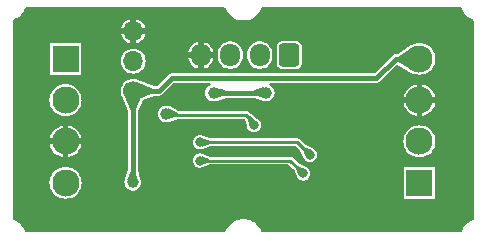
<source format=gbl>
G04 #@! TF.GenerationSoftware,KiCad,Pcbnew,8.0.0*
G04 #@! TF.CreationDate,2024-05-22T11:22:58+03:00*
G04 #@! TF.ProjectId,B-NAU7802-BRK-01MBR-R01,422d4e41-5537-4383-9032-2d42524b2d30,rev?*
G04 #@! TF.SameCoordinates,Original*
G04 #@! TF.FileFunction,Copper,L2,Bot*
G04 #@! TF.FilePolarity,Positive*
%FSLAX46Y46*%
G04 Gerber Fmt 4.6, Leading zero omitted, Abs format (unit mm)*
G04 Created by KiCad (PCBNEW 8.0.0) date 2024-05-22 11:22:58*
%MOMM*%
%LPD*%
G01*
G04 APERTURE LIST*
G04 Aperture macros list*
%AMRoundRect*
0 Rectangle with rounded corners*
0 $1 Rounding radius*
0 $2 $3 $4 $5 $6 $7 $8 $9 X,Y pos of 4 corners*
0 Add a 4 corners polygon primitive as box body*
4,1,4,$2,$3,$4,$5,$6,$7,$8,$9,$2,$3,0*
0 Add four circle primitives for the rounded corners*
1,1,$1+$1,$2,$3*
1,1,$1+$1,$4,$5*
1,1,$1+$1,$6,$7*
1,1,$1+$1,$8,$9*
0 Add four rect primitives between the rounded corners*
20,1,$1+$1,$2,$3,$4,$5,0*
20,1,$1+$1,$4,$5,$6,$7,0*
20,1,$1+$1,$6,$7,$8,$9,0*
20,1,$1+$1,$8,$9,$2,$3,0*%
G04 Aperture macros list end*
G04 #@! TA.AperFunction,ComponentPad*
%ADD10R,2.300000X2.300000*%
G04 #@! TD*
G04 #@! TA.AperFunction,ComponentPad*
%ADD11C,2.300000*%
G04 #@! TD*
G04 #@! TA.AperFunction,ComponentPad*
%ADD12C,1.700000*%
G04 #@! TD*
G04 #@! TA.AperFunction,ComponentPad*
%ADD13O,1.700000X1.700000*%
G04 #@! TD*
G04 #@! TA.AperFunction,ComponentPad*
%ADD14O,1.700000X1.950000*%
G04 #@! TD*
G04 #@! TA.AperFunction,ComponentPad*
%ADD15RoundRect,0.250000X-0.600000X-0.725000X0.600000X-0.725000X0.600000X0.725000X-0.600000X0.725000X0*%
G04 #@! TD*
G04 #@! TA.AperFunction,ViaPad*
%ADD16C,1.000000*%
G04 #@! TD*
G04 #@! TA.AperFunction,ViaPad*
%ADD17C,0.800000*%
G04 #@! TD*
G04 #@! TA.AperFunction,Conductor*
%ADD18C,0.400000*%
G04 #@! TD*
G04 #@! TA.AperFunction,Conductor*
%ADD19C,0.250000*%
G04 #@! TD*
G04 APERTURE END LIST*
D10*
X163040000Y-67690000D03*
D11*
X163040000Y-71190000D03*
X163040000Y-74690000D03*
X163040000Y-78190000D03*
D10*
X193010000Y-78190000D03*
D11*
X193010000Y-74690000D03*
X193010000Y-71190000D03*
X193010000Y-67690000D03*
D12*
X168770000Y-70430000D03*
D13*
X168770000Y-67890000D03*
X168770000Y-65350000D03*
D14*
X174480000Y-67385000D03*
X176980000Y-67385000D03*
X179480000Y-67385000D03*
D15*
X181980000Y-67385000D03*
D16*
X180030000Y-70580000D03*
X175570000Y-70590000D03*
X168720000Y-78170000D03*
D17*
X179000000Y-73300000D03*
D16*
X171550000Y-72360000D03*
D17*
X174450000Y-74770000D03*
X183730000Y-75820000D03*
X174430000Y-76310000D03*
X183170000Y-77410000D03*
D18*
X175570000Y-70590000D02*
X175580000Y-70580000D01*
X175580000Y-70580000D02*
X180030000Y-70580000D01*
X191010000Y-67680000D02*
X191020000Y-67690000D01*
X168760000Y-78130000D02*
X168760000Y-70440000D01*
X168770000Y-70430000D02*
X170920000Y-70430000D01*
X168720000Y-78170000D02*
X168720000Y-78050000D01*
D19*
X168760000Y-70440000D02*
X168770000Y-70430000D01*
D18*
X191020000Y-67690000D02*
X193010000Y-67690000D01*
X168720000Y-78050000D02*
X168760000Y-78010000D01*
X170920000Y-70430000D02*
X172020000Y-69330000D01*
X168720000Y-78170000D02*
X168760000Y-78130000D01*
X189360000Y-69330000D02*
X191010000Y-67680000D01*
X172020000Y-69330000D02*
X189360000Y-69330000D01*
D19*
X178320000Y-72450000D02*
X171640000Y-72450000D01*
X171640000Y-72450000D02*
X171550000Y-72360000D01*
X179000000Y-73130000D02*
X178320000Y-72450000D01*
X179000000Y-73300000D02*
X179000000Y-73130000D01*
X192990000Y-74440000D02*
X193020000Y-74470000D01*
X183730000Y-75820000D02*
X182680000Y-74770000D01*
X182680000Y-74770000D02*
X174450000Y-74770000D01*
X182070000Y-76310000D02*
X183170000Y-77410000D01*
X174430000Y-76310000D02*
X182070000Y-76310000D01*
G04 #@! TA.AperFunction,Conductor*
G36*
X176555487Y-63370146D02*
G01*
X176601242Y-63422950D01*
X176606780Y-63437399D01*
X176608358Y-63442438D01*
X176608358Y-63442439D01*
X176637783Y-63502945D01*
X176712909Y-63657427D01*
X176848234Y-63854501D01*
X177011331Y-64029288D01*
X177198580Y-64177911D01*
X177405828Y-64297071D01*
X177628477Y-64384126D01*
X177628482Y-64384127D01*
X177628485Y-64384128D01*
X177721721Y-64405333D01*
X177861587Y-64437144D01*
X178099986Y-64454948D01*
X178338385Y-64437144D01*
X178571495Y-64384126D01*
X178794143Y-64297071D01*
X179001392Y-64177911D01*
X179188641Y-64029288D01*
X179351738Y-63854501D01*
X179487063Y-63657427D01*
X179591614Y-63442438D01*
X179593192Y-63437397D01*
X179632014Y-63379308D01*
X179696080Y-63351427D01*
X179711524Y-63350461D01*
X196488679Y-63350461D01*
X196555718Y-63370146D01*
X196601139Y-63422223D01*
X196695857Y-63626137D01*
X196804287Y-63793437D01*
X196818101Y-63814750D01*
X196965507Y-63984430D01*
X196965509Y-63984431D01*
X196965511Y-63984434D01*
X197135179Y-64131845D01*
X197135181Y-64131846D01*
X197323781Y-64254098D01*
X197323788Y-64254102D01*
X197527728Y-64348845D01*
X197580234Y-64394942D01*
X197599485Y-64461302D01*
X197599485Y-81238637D01*
X197579800Y-81305676D01*
X197527726Y-81351095D01*
X197323803Y-81445824D01*
X197135189Y-81568074D01*
X197135184Y-81568078D01*
X196965514Y-81715480D01*
X196818098Y-81885157D01*
X196695849Y-82073758D01*
X196601102Y-82277705D01*
X196555004Y-82330210D01*
X196488645Y-82349461D01*
X179711526Y-82349461D01*
X179644487Y-82329776D01*
X179598732Y-82276972D01*
X179593197Y-82262530D01*
X179591620Y-82257498D01*
X179591617Y-82257492D01*
X179591615Y-82257483D01*
X179562116Y-82196823D01*
X179487067Y-82042499D01*
X179487064Y-82042494D01*
X179351739Y-81845420D01*
X179188642Y-81670632D01*
X179139467Y-81631601D01*
X179001395Y-81522011D01*
X178947351Y-81490938D01*
X178794144Y-81402849D01*
X178658551Y-81349832D01*
X178571496Y-81315794D01*
X178571486Y-81315791D01*
X178338396Y-81262778D01*
X178338388Y-81262776D01*
X178099986Y-81244972D01*
X177861583Y-81262776D01*
X177861575Y-81262778D01*
X177628485Y-81315791D01*
X177628474Y-81315794D01*
X177440720Y-81389205D01*
X177405827Y-81402849D01*
X177405825Y-81402849D01*
X177405825Y-81402850D01*
X177198577Y-81522011D01*
X177198576Y-81522011D01*
X177011333Y-81670629D01*
X177011331Y-81670631D01*
X176848232Y-81845421D01*
X176712906Y-82042498D01*
X176608357Y-82257481D01*
X176608351Y-82257496D01*
X176606775Y-82262530D01*
X176567950Y-82320620D01*
X176503882Y-82348496D01*
X176488446Y-82349461D01*
X159711371Y-82349461D01*
X159644332Y-82329776D01*
X159598914Y-82277705D01*
X159598860Y-82277589D01*
X159598859Y-82277585D01*
X159504157Y-82073740D01*
X159381898Y-81885130D01*
X159287092Y-81776010D01*
X159234485Y-81715460D01*
X159234482Y-81715458D01*
X159234481Y-81715456D01*
X159064833Y-81568078D01*
X159064797Y-81568047D01*
X158876180Y-81445798D01*
X158672247Y-81351070D01*
X158619739Y-81304975D01*
X158600485Y-81238610D01*
X158600485Y-78190000D01*
X161684341Y-78190000D01*
X161704936Y-78425403D01*
X161704938Y-78425413D01*
X161766094Y-78653655D01*
X161766096Y-78653659D01*
X161766097Y-78653663D01*
X161811362Y-78750734D01*
X161865965Y-78867830D01*
X161865967Y-78867834D01*
X161974281Y-79022521D01*
X162001505Y-79061401D01*
X162168599Y-79228495D01*
X162265384Y-79296265D01*
X162362165Y-79364032D01*
X162362167Y-79364033D01*
X162362170Y-79364035D01*
X162576337Y-79463903D01*
X162804592Y-79525063D01*
X162981034Y-79540500D01*
X163039999Y-79545659D01*
X163040000Y-79545659D01*
X163040001Y-79545659D01*
X163098966Y-79540500D01*
X163275408Y-79525063D01*
X163503663Y-79463903D01*
X163717830Y-79364035D01*
X163723947Y-79359752D01*
X191659500Y-79359752D01*
X191671131Y-79418229D01*
X191671132Y-79418230D01*
X191715447Y-79484552D01*
X191781769Y-79528867D01*
X191781770Y-79528868D01*
X191840247Y-79540499D01*
X191840250Y-79540500D01*
X191840252Y-79540500D01*
X194179750Y-79540500D01*
X194179751Y-79540499D01*
X194194568Y-79537552D01*
X194238229Y-79528868D01*
X194238229Y-79528867D01*
X194238231Y-79528867D01*
X194304552Y-79484552D01*
X194348867Y-79418231D01*
X194348867Y-79418229D01*
X194348868Y-79418229D01*
X194360499Y-79359752D01*
X194360500Y-79359750D01*
X194360500Y-77020249D01*
X194360499Y-77020247D01*
X194348868Y-76961770D01*
X194348867Y-76961769D01*
X194304552Y-76895447D01*
X194238230Y-76851132D01*
X194238229Y-76851131D01*
X194179752Y-76839500D01*
X194179748Y-76839500D01*
X191840252Y-76839500D01*
X191840247Y-76839500D01*
X191781770Y-76851131D01*
X191781769Y-76851132D01*
X191715447Y-76895447D01*
X191671132Y-76961769D01*
X191671131Y-76961770D01*
X191659500Y-77020247D01*
X191659500Y-79359752D01*
X163723947Y-79359752D01*
X163911401Y-79228495D01*
X164078495Y-79061401D01*
X164214035Y-78867830D01*
X164313903Y-78653663D01*
X164375063Y-78425408D01*
X164395659Y-78190000D01*
X164375063Y-77954592D01*
X164313903Y-77726337D01*
X164214035Y-77512171D01*
X164142495Y-77410000D01*
X164078494Y-77318597D01*
X163911402Y-77151506D01*
X163911395Y-77151501D01*
X163906946Y-77148386D01*
X163848070Y-77107160D01*
X163717834Y-77015967D01*
X163717830Y-77015965D01*
X163644383Y-76981716D01*
X163503663Y-76916097D01*
X163503659Y-76916096D01*
X163503655Y-76916094D01*
X163275413Y-76854938D01*
X163275403Y-76854936D01*
X163040001Y-76834341D01*
X163039999Y-76834341D01*
X162804596Y-76854936D01*
X162804586Y-76854938D01*
X162576344Y-76916094D01*
X162576335Y-76916098D01*
X162362171Y-77015964D01*
X162362169Y-77015965D01*
X162168597Y-77151505D01*
X162001505Y-77318597D01*
X161865965Y-77512169D01*
X161865964Y-77512171D01*
X161766098Y-77726335D01*
X161766094Y-77726344D01*
X161704938Y-77954586D01*
X161704936Y-77954596D01*
X161684341Y-78189999D01*
X161684341Y-78190000D01*
X158600485Y-78190000D01*
X158600485Y-74940000D01*
X161709364Y-74940000D01*
X161766567Y-75153486D01*
X161766570Y-75153492D01*
X161866399Y-75367578D01*
X162001894Y-75561082D01*
X162168917Y-75728105D01*
X162362421Y-75863600D01*
X162576507Y-75963429D01*
X162576516Y-75963433D01*
X162790000Y-76020634D01*
X162790000Y-75238482D01*
X162808409Y-75249111D01*
X162961009Y-75290000D01*
X163118991Y-75290000D01*
X163271591Y-75249111D01*
X163290000Y-75238482D01*
X163290000Y-76020633D01*
X163503483Y-75963433D01*
X163503492Y-75963429D01*
X163717578Y-75863600D01*
X163911082Y-75728105D01*
X164078105Y-75561082D01*
X164213600Y-75367578D01*
X164313429Y-75153492D01*
X164313432Y-75153486D01*
X164370636Y-74940000D01*
X163588482Y-74940000D01*
X163599111Y-74921591D01*
X163640000Y-74768991D01*
X163640000Y-74611009D01*
X163599111Y-74458409D01*
X163588482Y-74440000D01*
X164370636Y-74440000D01*
X164370635Y-74439999D01*
X164313432Y-74226513D01*
X164313429Y-74226507D01*
X164213600Y-74012422D01*
X164213599Y-74012420D01*
X164078113Y-73818926D01*
X164078108Y-73818920D01*
X163911082Y-73651894D01*
X163717578Y-73516399D01*
X163503492Y-73416570D01*
X163503486Y-73416567D01*
X163290000Y-73359364D01*
X163290000Y-74141517D01*
X163271591Y-74130889D01*
X163118991Y-74090000D01*
X162961009Y-74090000D01*
X162808409Y-74130889D01*
X162790000Y-74141517D01*
X162790000Y-73359364D01*
X162789999Y-73359364D01*
X162576513Y-73416567D01*
X162576507Y-73416570D01*
X162362422Y-73516399D01*
X162362420Y-73516400D01*
X162168926Y-73651886D01*
X162168920Y-73651891D01*
X162001891Y-73818920D01*
X162001886Y-73818926D01*
X161866400Y-74012420D01*
X161866399Y-74012422D01*
X161766570Y-74226507D01*
X161766567Y-74226513D01*
X161709364Y-74439999D01*
X161709364Y-74440000D01*
X162491518Y-74440000D01*
X162480889Y-74458409D01*
X162440000Y-74611009D01*
X162440000Y-74768991D01*
X162480889Y-74921591D01*
X162491518Y-74940000D01*
X161709364Y-74940000D01*
X158600485Y-74940000D01*
X158600485Y-71190000D01*
X161684341Y-71190000D01*
X161704936Y-71425403D01*
X161704938Y-71425413D01*
X161766094Y-71653655D01*
X161766096Y-71653659D01*
X161766097Y-71653663D01*
X161824667Y-71779266D01*
X161865965Y-71867830D01*
X161865967Y-71867834D01*
X161882939Y-71892072D01*
X162001505Y-72061401D01*
X162168599Y-72228495D01*
X162265384Y-72296265D01*
X162362165Y-72364032D01*
X162362167Y-72364033D01*
X162362170Y-72364035D01*
X162576337Y-72463903D01*
X162804592Y-72525063D01*
X162992918Y-72541539D01*
X163039999Y-72545659D01*
X163040000Y-72545659D01*
X163040001Y-72545659D01*
X163079234Y-72542226D01*
X163275408Y-72525063D01*
X163503663Y-72463903D01*
X163717830Y-72364035D01*
X163911401Y-72228495D01*
X164078495Y-72061401D01*
X164214035Y-71867830D01*
X164313903Y-71653663D01*
X164375063Y-71425408D01*
X164395659Y-71190000D01*
X164393098Y-71160734D01*
X164377898Y-70986997D01*
X164375063Y-70954592D01*
X164313903Y-70726337D01*
X164214035Y-70512171D01*
X164156499Y-70430000D01*
X167714417Y-70430000D01*
X167734699Y-70635932D01*
X167768612Y-70747729D01*
X167793720Y-70830500D01*
X167794768Y-70833953D01*
X167796520Y-70838183D01*
X167797431Y-70840098D01*
X167799708Y-70845533D01*
X167799709Y-70845534D01*
X168329472Y-72109612D01*
X168349863Y-72158266D01*
X168359500Y-72206194D01*
X168359500Y-77104634D01*
X168351525Y-77148386D01*
X168069767Y-77895567D01*
X168067424Y-77908992D01*
X168061213Y-77931638D01*
X168034861Y-78001122D01*
X168034859Y-78001130D01*
X168014355Y-78170000D01*
X168034859Y-78338869D01*
X168034860Y-78338874D01*
X168095182Y-78497931D01*
X168157475Y-78588177D01*
X168191817Y-78637929D01*
X168297505Y-78731560D01*
X168319150Y-78750736D01*
X168469773Y-78829789D01*
X168469775Y-78829790D01*
X168634944Y-78870500D01*
X168805056Y-78870500D01*
X168970225Y-78829790D01*
X169049692Y-78788081D01*
X169120849Y-78750736D01*
X169120850Y-78750734D01*
X169120852Y-78750734D01*
X169248183Y-78637929D01*
X169344818Y-78497930D01*
X169405140Y-78338872D01*
X169425645Y-78170000D01*
X169405140Y-78001128D01*
X169405139Y-78001126D01*
X169405139Y-78001124D01*
X169384861Y-77947656D01*
X169378673Y-77919751D01*
X169378259Y-77919824D01*
X169377214Y-77913817D01*
X169372155Y-77895567D01*
X169165917Y-77151506D01*
X169165005Y-77148216D01*
X169160500Y-77115095D01*
X169160500Y-76310001D01*
X173824318Y-76310001D01*
X173844955Y-76466760D01*
X173844956Y-76466762D01*
X173905464Y-76612841D01*
X174001718Y-76738282D01*
X174127159Y-76834536D01*
X174273238Y-76895044D01*
X174351619Y-76905363D01*
X174429999Y-76915682D01*
X174430000Y-76915682D01*
X174430001Y-76915682D01*
X174444795Y-76913734D01*
X174586762Y-76895044D01*
X174630268Y-76877022D01*
X174657344Y-76869270D01*
X174666320Y-76867775D01*
X175259577Y-76643510D01*
X175303423Y-76635500D01*
X181883811Y-76635500D01*
X181950850Y-76655185D01*
X181971492Y-76671819D01*
X182322229Y-77022556D01*
X182347569Y-77059224D01*
X182608488Y-77637301D01*
X182614525Y-77645903D01*
X182627587Y-77669682D01*
X182645462Y-77712838D01*
X182645463Y-77712839D01*
X182645464Y-77712841D01*
X182741718Y-77838282D01*
X182867159Y-77934536D01*
X183013238Y-77995044D01*
X183059466Y-78001130D01*
X183169999Y-78015682D01*
X183170000Y-78015682D01*
X183170001Y-78015682D01*
X183222254Y-78008802D01*
X183326762Y-77995044D01*
X183472841Y-77934536D01*
X183598282Y-77838282D01*
X183694536Y-77712841D01*
X183755044Y-77566762D01*
X183775682Y-77410000D01*
X183755044Y-77253238D01*
X183694536Y-77107159D01*
X183598282Y-76981718D01*
X183598280Y-76981717D01*
X183598280Y-76981716D01*
X183472841Y-76885464D01*
X183472838Y-76885462D01*
X183429338Y-76867444D01*
X183404713Y-76853783D01*
X183397301Y-76848488D01*
X182875215Y-76612841D01*
X182819224Y-76587569D01*
X182782556Y-76562229D01*
X182269864Y-76049537D01*
X182269862Y-76049535D01*
X182227472Y-76025061D01*
X182195640Y-76006682D01*
X182154246Y-75995591D01*
X182112853Y-75984500D01*
X182112852Y-75984500D01*
X175303426Y-75984500D01*
X175259580Y-75976489D01*
X174681076Y-75757801D01*
X174681060Y-75757796D01*
X174666318Y-75752223D01*
X174662331Y-75751524D01*
X174655958Y-75750407D01*
X174629918Y-75742831D01*
X174586762Y-75724956D01*
X174508381Y-75714637D01*
X174430001Y-75704318D01*
X174429999Y-75704318D01*
X174273239Y-75724955D01*
X174273237Y-75724956D01*
X174127160Y-75785463D01*
X174001718Y-75881718D01*
X173905463Y-76007160D01*
X173844956Y-76153237D01*
X173844955Y-76153239D01*
X173824318Y-76309998D01*
X173824318Y-76310001D01*
X169160500Y-76310001D01*
X169160500Y-74770001D01*
X173844318Y-74770001D01*
X173864955Y-74926760D01*
X173864956Y-74926762D01*
X173919485Y-75058408D01*
X173925464Y-75072841D01*
X174021718Y-75198282D01*
X174147159Y-75294536D01*
X174293238Y-75355044D01*
X174371619Y-75365363D01*
X174449999Y-75375682D01*
X174450000Y-75375682D01*
X174450001Y-75375682D01*
X174464795Y-75373734D01*
X174606762Y-75355044D01*
X174650268Y-75337022D01*
X174677344Y-75329270D01*
X174686320Y-75327775D01*
X175279577Y-75103510D01*
X175323423Y-75095500D01*
X182493811Y-75095500D01*
X182560850Y-75115185D01*
X182581492Y-75131819D01*
X182882229Y-75432556D01*
X182907569Y-75469224D01*
X183168488Y-76047301D01*
X183174525Y-76055903D01*
X183187587Y-76079682D01*
X183205462Y-76122838D01*
X183205463Y-76122839D01*
X183205464Y-76122841D01*
X183301718Y-76248282D01*
X183427159Y-76344536D01*
X183573238Y-76405044D01*
X183651619Y-76415363D01*
X183729999Y-76425682D01*
X183730000Y-76425682D01*
X183730001Y-76425682D01*
X183782254Y-76418802D01*
X183886762Y-76405044D01*
X184032841Y-76344536D01*
X184158282Y-76248282D01*
X184254536Y-76122841D01*
X184315044Y-75976762D01*
X184335682Y-75820000D01*
X184315044Y-75663238D01*
X184254536Y-75517159D01*
X184158282Y-75391718D01*
X184158280Y-75391717D01*
X184158280Y-75391716D01*
X184032841Y-75295464D01*
X184032838Y-75295462D01*
X183989338Y-75277444D01*
X183964713Y-75263783D01*
X183957301Y-75258488D01*
X183724665Y-75153486D01*
X183379224Y-74997569D01*
X183342556Y-74972229D01*
X183060327Y-74690000D01*
X191654341Y-74690000D01*
X191674936Y-74925403D01*
X191674938Y-74925413D01*
X191736094Y-75153655D01*
X191736096Y-75153659D01*
X191736097Y-75153663D01*
X191802219Y-75295462D01*
X191835965Y-75367830D01*
X191835967Y-75367834D01*
X191906962Y-75469224D01*
X191971505Y-75561401D01*
X192138599Y-75728495D01*
X192181688Y-75758666D01*
X192332165Y-75864032D01*
X192332167Y-75864033D01*
X192332170Y-75864035D01*
X192546337Y-75963903D01*
X192774592Y-76025063D01*
X192962918Y-76041539D01*
X193009999Y-76045659D01*
X193010000Y-76045659D01*
X193010001Y-76045659D01*
X193049234Y-76042226D01*
X193245408Y-76025063D01*
X193473663Y-75963903D01*
X193687830Y-75864035D01*
X193881401Y-75728495D01*
X194048495Y-75561401D01*
X194184035Y-75367830D01*
X194283903Y-75153663D01*
X194345063Y-74925408D01*
X194365659Y-74690000D01*
X194345063Y-74454592D01*
X194283903Y-74226337D01*
X194184035Y-74012171D01*
X194095020Y-73885043D01*
X194048494Y-73818597D01*
X193881402Y-73651506D01*
X193881395Y-73651501D01*
X193687834Y-73515967D01*
X193687830Y-73515965D01*
X193665203Y-73505414D01*
X193473663Y-73416097D01*
X193473659Y-73416096D01*
X193473655Y-73416094D01*
X193245413Y-73354938D01*
X193245403Y-73354936D01*
X193010001Y-73334341D01*
X193009999Y-73334341D01*
X192774596Y-73354936D01*
X192774586Y-73354938D01*
X192546344Y-73416094D01*
X192546335Y-73416098D01*
X192332171Y-73515964D01*
X192332169Y-73515965D01*
X192138597Y-73651505D01*
X191971505Y-73818597D01*
X191835965Y-74012169D01*
X191835964Y-74012171D01*
X191736098Y-74226335D01*
X191736094Y-74226344D01*
X191674938Y-74454586D01*
X191674936Y-74454596D01*
X191654341Y-74689999D01*
X191654341Y-74690000D01*
X183060327Y-74690000D01*
X182879864Y-74509537D01*
X182879862Y-74509535D01*
X182842750Y-74488108D01*
X182805640Y-74466682D01*
X182764246Y-74455591D01*
X182722853Y-74444500D01*
X182722852Y-74444500D01*
X175323426Y-74444500D01*
X175279580Y-74436489D01*
X174701076Y-74217801D01*
X174701060Y-74217796D01*
X174686318Y-74212223D01*
X174682331Y-74211524D01*
X174675958Y-74210407D01*
X174649918Y-74202831D01*
X174606762Y-74184956D01*
X174528381Y-74174637D01*
X174450001Y-74164318D01*
X174449999Y-74164318D01*
X174293239Y-74184955D01*
X174293237Y-74184956D01*
X174147160Y-74245463D01*
X174021718Y-74341718D01*
X173925463Y-74467160D01*
X173864956Y-74613237D01*
X173864955Y-74613239D01*
X173844318Y-74769998D01*
X173844318Y-74770001D01*
X169160500Y-74770001D01*
X169160500Y-72360000D01*
X170844355Y-72360000D01*
X170864859Y-72528869D01*
X170864860Y-72528874D01*
X170925182Y-72687931D01*
X170979925Y-72767238D01*
X171021817Y-72827929D01*
X171127505Y-72921560D01*
X171149150Y-72940736D01*
X171290488Y-73014916D01*
X171299775Y-73019790D01*
X171464944Y-73060500D01*
X171635056Y-73060500D01*
X171800225Y-73019790D01*
X171800227Y-73019789D01*
X171807244Y-73017128D01*
X171807360Y-73017435D01*
X171815421Y-73014092D01*
X172561398Y-72781136D01*
X172598361Y-72775500D01*
X178133811Y-72775500D01*
X178200850Y-72795185D01*
X178221492Y-72811819D01*
X178236831Y-72827158D01*
X178269117Y-72883473D01*
X178304142Y-73017435D01*
X178408371Y-73416094D01*
X178408888Y-73418069D01*
X178411860Y-73433247D01*
X178414956Y-73456763D01*
X178414957Y-73456767D01*
X178422681Y-73475415D01*
X178427618Y-73490101D01*
X178427646Y-73490093D01*
X178427883Y-73490891D01*
X178428079Y-73491472D01*
X178428239Y-73492085D01*
X178432208Y-73505408D01*
X178432716Y-73506926D01*
X178433436Y-73509033D01*
X178433437Y-73509037D01*
X178437369Y-73515326D01*
X178446783Y-73533601D01*
X178475462Y-73602838D01*
X178475464Y-73602841D01*
X178513103Y-73651894D01*
X178571718Y-73728282D01*
X178697159Y-73824536D01*
X178843238Y-73885044D01*
X178921619Y-73895363D01*
X178999999Y-73905682D01*
X179000000Y-73905682D01*
X179000001Y-73905682D01*
X179052254Y-73898802D01*
X179156762Y-73885044D01*
X179302841Y-73824536D01*
X179428282Y-73728282D01*
X179524536Y-73602841D01*
X179585044Y-73456762D01*
X179605682Y-73300000D01*
X179585044Y-73143238D01*
X179524536Y-72997159D01*
X179428282Y-72871718D01*
X179428280Y-72871717D01*
X179428280Y-72871716D01*
X179370210Y-72827158D01*
X179302841Y-72775464D01*
X179302837Y-72775462D01*
X179302834Y-72775460D01*
X179282985Y-72767238D01*
X179261615Y-72755825D01*
X178744504Y-72410786D01*
X178725647Y-72395320D01*
X178519864Y-72189537D01*
X178519862Y-72189535D01*
X178465703Y-72158266D01*
X178445640Y-72146682D01*
X178404246Y-72135591D01*
X178362853Y-72124500D01*
X178362852Y-72124500D01*
X172624628Y-72124500D01*
X172565717Y-72109612D01*
X171850372Y-71723387D01*
X171850361Y-71723381D01*
X171850351Y-71723376D01*
X171841085Y-71718672D01*
X171840031Y-71718170D01*
X171833551Y-71715923D01*
X171833852Y-71715053D01*
X171815831Y-71708400D01*
X171800227Y-71700210D01*
X171635056Y-71659500D01*
X171464944Y-71659500D01*
X171299773Y-71700210D01*
X171149150Y-71779263D01*
X171021816Y-71892072D01*
X170925182Y-72032068D01*
X170864860Y-72191125D01*
X170864859Y-72191130D01*
X170844355Y-72360000D01*
X169160500Y-72360000D01*
X169160500Y-72207906D01*
X169170737Y-72158572D01*
X169170870Y-72158266D01*
X169482352Y-71440000D01*
X191679364Y-71440000D01*
X191736567Y-71653486D01*
X191736570Y-71653492D01*
X191836399Y-71867578D01*
X191971894Y-72061082D01*
X192138917Y-72228105D01*
X192332421Y-72363600D01*
X192546507Y-72463429D01*
X192546516Y-72463433D01*
X192760000Y-72520634D01*
X192760000Y-71738482D01*
X192778409Y-71749111D01*
X192931009Y-71790000D01*
X193088991Y-71790000D01*
X193241591Y-71749111D01*
X193260000Y-71738482D01*
X193260000Y-72520633D01*
X193473483Y-72463433D01*
X193473492Y-72463429D01*
X193687578Y-72363600D01*
X193881082Y-72228105D01*
X194048105Y-72061082D01*
X194183600Y-71867578D01*
X194283429Y-71653492D01*
X194283432Y-71653486D01*
X194340636Y-71440000D01*
X193558482Y-71440000D01*
X193569111Y-71421591D01*
X193610000Y-71268991D01*
X193610000Y-71111009D01*
X193569111Y-70958409D01*
X193558482Y-70940000D01*
X194340636Y-70940000D01*
X194340635Y-70939999D01*
X194283432Y-70726513D01*
X194283429Y-70726507D01*
X194183600Y-70512422D01*
X194183599Y-70512420D01*
X194048113Y-70318926D01*
X194048108Y-70318920D01*
X193881082Y-70151894D01*
X193687578Y-70016399D01*
X193473492Y-69916570D01*
X193473486Y-69916567D01*
X193260000Y-69859364D01*
X193260000Y-70641517D01*
X193241591Y-70630889D01*
X193088991Y-70590000D01*
X192931009Y-70590000D01*
X192778409Y-70630889D01*
X192760000Y-70641517D01*
X192760000Y-69859364D01*
X192759999Y-69859364D01*
X192546513Y-69916567D01*
X192546507Y-69916570D01*
X192332422Y-70016399D01*
X192332420Y-70016400D01*
X192138926Y-70151886D01*
X192138920Y-70151891D01*
X191971891Y-70318920D01*
X191971886Y-70318926D01*
X191836400Y-70512420D01*
X191836399Y-70512422D01*
X191736570Y-70726507D01*
X191736567Y-70726513D01*
X191679364Y-70939999D01*
X191679364Y-70940000D01*
X192461518Y-70940000D01*
X192450889Y-70958409D01*
X192410000Y-71111009D01*
X192410000Y-71268991D01*
X192450889Y-71421591D01*
X192461518Y-71440000D01*
X191679364Y-71440000D01*
X169482352Y-71440000D01*
X169551042Y-71281602D01*
X169595772Y-71227930D01*
X169616227Y-71216849D01*
X170012981Y-71047929D01*
X170500394Y-70840410D01*
X170548968Y-70830500D01*
X170972725Y-70830500D01*
X170972727Y-70830500D01*
X171074588Y-70803207D01*
X171165913Y-70750480D01*
X172149574Y-69766819D01*
X172210897Y-69733334D01*
X172237255Y-69730500D01*
X175197203Y-69730500D01*
X175264242Y-69750185D01*
X175309997Y-69802989D01*
X175319941Y-69872147D01*
X175290916Y-69935703D01*
X175254829Y-69964296D01*
X175169150Y-70009263D01*
X175041816Y-70122072D01*
X174945182Y-70262068D01*
X174884860Y-70421125D01*
X174884859Y-70421130D01*
X174864355Y-70590000D01*
X174884859Y-70758869D01*
X174884860Y-70758874D01*
X174945182Y-70917931D01*
X174988371Y-70980500D01*
X175041817Y-71057929D01*
X175147505Y-71151560D01*
X175169150Y-71170736D01*
X175307190Y-71243185D01*
X175319775Y-71249790D01*
X175484944Y-71290500D01*
X175655056Y-71290500D01*
X175820225Y-71249790D01*
X175820229Y-71249787D01*
X175827243Y-71247128D01*
X175827266Y-71247189D01*
X175834003Y-71244306D01*
X175837325Y-71243185D01*
X175837332Y-71243185D01*
X176597276Y-70986997D01*
X176636888Y-70980500D01*
X178962527Y-70980500D01*
X179000738Y-70986534D01*
X179051909Y-71003109D01*
X179765072Y-71234116D01*
X179765075Y-71234116D01*
X179765185Y-71234152D01*
X179772694Y-71237312D01*
X179772764Y-71237131D01*
X179779773Y-71239789D01*
X179779775Y-71239790D01*
X179944944Y-71280500D01*
X180115056Y-71280500D01*
X180280225Y-71239790D01*
X180375093Y-71189999D01*
X180430849Y-71160736D01*
X180430850Y-71160734D01*
X180430852Y-71160734D01*
X180558183Y-71047929D01*
X180654818Y-70907930D01*
X180715140Y-70748872D01*
X180735645Y-70580000D01*
X180715140Y-70411128D01*
X180654818Y-70252070D01*
X180558183Y-70112071D01*
X180461780Y-70026666D01*
X180430849Y-69999263D01*
X180364224Y-69964296D01*
X180314011Y-69915711D01*
X180298037Y-69847692D01*
X180321372Y-69781835D01*
X180376609Y-69739048D01*
X180421850Y-69730500D01*
X189412725Y-69730500D01*
X189412727Y-69730500D01*
X189514588Y-69703207D01*
X189605913Y-69650480D01*
X191016354Y-68240037D01*
X191077675Y-68206554D01*
X191147366Y-68211538D01*
X191163949Y-68219156D01*
X191299481Y-68293956D01*
X192325663Y-68860306D01*
X192325667Y-68860307D01*
X192327742Y-68861479D01*
X192332167Y-68864033D01*
X192332170Y-68864035D01*
X192546337Y-68963903D01*
X192774592Y-69025063D01*
X192951034Y-69040500D01*
X193009999Y-69045659D01*
X193010000Y-69045659D01*
X193010001Y-69045659D01*
X193068966Y-69040500D01*
X193245408Y-69025063D01*
X193473663Y-68963903D01*
X193687830Y-68864035D01*
X193881401Y-68728495D01*
X194048495Y-68561401D01*
X194184035Y-68367830D01*
X194283903Y-68153663D01*
X194345063Y-67925408D01*
X194365659Y-67690000D01*
X194345063Y-67454592D01*
X194298148Y-67279500D01*
X194283905Y-67226344D01*
X194283904Y-67226343D01*
X194283903Y-67226337D01*
X194184035Y-67012171D01*
X194178948Y-67004905D01*
X194048494Y-66818597D01*
X193881402Y-66651506D01*
X193881395Y-66651501D01*
X193687834Y-66515967D01*
X193687830Y-66515965D01*
X193473663Y-66416097D01*
X193473659Y-66416096D01*
X193473655Y-66416094D01*
X193245413Y-66354938D01*
X193245403Y-66354936D01*
X193010001Y-66334341D01*
X193009999Y-66334341D01*
X192774596Y-66354936D01*
X192774586Y-66354938D01*
X192546344Y-66416094D01*
X192546335Y-66416097D01*
X192332168Y-66515966D01*
X192324415Y-66521395D01*
X192312918Y-66528401D01*
X191187137Y-67269090D01*
X191120313Y-67289493D01*
X191118982Y-67289500D01*
X191116372Y-67289500D01*
X191084280Y-67285275D01*
X191062727Y-67279500D01*
X190957273Y-67279500D01*
X190855410Y-67306793D01*
X190764087Y-67359520D01*
X190764084Y-67359522D01*
X189230426Y-68893181D01*
X189169103Y-68926666D01*
X189142745Y-68929500D01*
X171967273Y-68929500D01*
X171865410Y-68956793D01*
X171774087Y-69009520D01*
X171774084Y-69009522D01*
X170790426Y-69993181D01*
X170729103Y-70026666D01*
X170702745Y-70029500D01*
X170548969Y-70029500D01*
X170500394Y-70019590D01*
X169180815Y-69457768D01*
X169181010Y-69457309D01*
X169179721Y-69456770D01*
X169179585Y-69457100D01*
X169173963Y-69454771D01*
X169173955Y-69454768D01*
X169173954Y-69454768D01*
X168975934Y-69394700D01*
X168975932Y-69394699D01*
X168975934Y-69394699D01*
X168770000Y-69374417D01*
X168564067Y-69394699D01*
X168366043Y-69454769D01*
X168255898Y-69513643D01*
X168183550Y-69552315D01*
X168183548Y-69552316D01*
X168183547Y-69552317D01*
X168023589Y-69683589D01*
X167892317Y-69843547D01*
X167892315Y-69843550D01*
X167873099Y-69879500D01*
X167794769Y-70026043D01*
X167734699Y-70224067D01*
X167714417Y-70430000D01*
X164156499Y-70430000D01*
X164078494Y-70318597D01*
X163911402Y-70151506D01*
X163911395Y-70151501D01*
X163717834Y-70015967D01*
X163717830Y-70015965D01*
X163703464Y-70009266D01*
X163503663Y-69916097D01*
X163503659Y-69916096D01*
X163503655Y-69916094D01*
X163275413Y-69854938D01*
X163275403Y-69854936D01*
X163040001Y-69834341D01*
X163039999Y-69834341D01*
X162804596Y-69854936D01*
X162804586Y-69854938D01*
X162576344Y-69916094D01*
X162576335Y-69916098D01*
X162362171Y-70015964D01*
X162362169Y-70015965D01*
X162168597Y-70151505D01*
X162001505Y-70318597D01*
X161865965Y-70512169D01*
X161865964Y-70512171D01*
X161766098Y-70726335D01*
X161766094Y-70726344D01*
X161704938Y-70954586D01*
X161704936Y-70954596D01*
X161684341Y-71189999D01*
X161684341Y-71190000D01*
X158600485Y-71190000D01*
X158600485Y-68859752D01*
X161689500Y-68859752D01*
X161701131Y-68918229D01*
X161701132Y-68918230D01*
X161745447Y-68984552D01*
X161811769Y-69028867D01*
X161811770Y-69028868D01*
X161870247Y-69040499D01*
X161870250Y-69040500D01*
X161870252Y-69040500D01*
X164209750Y-69040500D01*
X164209751Y-69040499D01*
X164224568Y-69037552D01*
X164268229Y-69028868D01*
X164268229Y-69028867D01*
X164268231Y-69028867D01*
X164334552Y-68984552D01*
X164378867Y-68918231D01*
X164378867Y-68918229D01*
X164378868Y-68918229D01*
X164389409Y-68865232D01*
X164390500Y-68859748D01*
X164390500Y-67890000D01*
X167714417Y-67890000D01*
X167734699Y-68095932D01*
X167734700Y-68095934D01*
X167794768Y-68293954D01*
X167892315Y-68476450D01*
X167892317Y-68476452D01*
X168023589Y-68636410D01*
X168120209Y-68715702D01*
X168183550Y-68767685D01*
X168366046Y-68865232D01*
X168564066Y-68925300D01*
X168564065Y-68925300D01*
X168577935Y-68926666D01*
X168770000Y-68945583D01*
X168975934Y-68925300D01*
X169173954Y-68865232D01*
X169356450Y-68767685D01*
X169516410Y-68636410D01*
X169647685Y-68476450D01*
X169745232Y-68293954D01*
X169805300Y-68095934D01*
X169825583Y-67890000D01*
X169805300Y-67684066D01*
X169790416Y-67635000D01*
X173434292Y-67635000D01*
X173470348Y-67816266D01*
X173470350Y-67816274D01*
X173549500Y-68007358D01*
X173549505Y-68007368D01*
X173664410Y-68179335D01*
X173664413Y-68179339D01*
X173810660Y-68325586D01*
X173810664Y-68325589D01*
X173982631Y-68440494D01*
X173982641Y-68440499D01*
X174173723Y-68519648D01*
X174173725Y-68519649D01*
X174230000Y-68530842D01*
X174230000Y-67789145D01*
X174296657Y-67827630D01*
X174417465Y-67860000D01*
X174542535Y-67860000D01*
X174663343Y-67827630D01*
X174730000Y-67789145D01*
X174730000Y-68530842D01*
X174786274Y-68519649D01*
X174786276Y-68519648D01*
X174977358Y-68440499D01*
X174977368Y-68440494D01*
X175149335Y-68325589D01*
X175149339Y-68325586D01*
X175295586Y-68179339D01*
X175295589Y-68179335D01*
X175410494Y-68007368D01*
X175410499Y-68007358D01*
X175489649Y-67816274D01*
X175489651Y-67816266D01*
X175525707Y-67635000D01*
X174884146Y-67635000D01*
X174896577Y-67613469D01*
X175929500Y-67613469D01*
X175969868Y-67816412D01*
X175969870Y-67816420D01*
X176049058Y-68007596D01*
X176164024Y-68179657D01*
X176310342Y-68325975D01*
X176310345Y-68325977D01*
X176482402Y-68440941D01*
X176673580Y-68520130D01*
X176862187Y-68557646D01*
X176876530Y-68560499D01*
X176876534Y-68560500D01*
X176876535Y-68560500D01*
X177083466Y-68560500D01*
X177083467Y-68560499D01*
X177286420Y-68520130D01*
X177477598Y-68440941D01*
X177649655Y-68325977D01*
X177795977Y-68179655D01*
X177910941Y-68007598D01*
X177990130Y-67816420D01*
X178030499Y-67613469D01*
X178429500Y-67613469D01*
X178469868Y-67816412D01*
X178469870Y-67816420D01*
X178549058Y-68007596D01*
X178664024Y-68179657D01*
X178810342Y-68325975D01*
X178810345Y-68325977D01*
X178982402Y-68440941D01*
X179173580Y-68520130D01*
X179362187Y-68557646D01*
X179376530Y-68560499D01*
X179376534Y-68560500D01*
X179376535Y-68560500D01*
X179583466Y-68560500D01*
X179583467Y-68560499D01*
X179786420Y-68520130D01*
X179977598Y-68440941D01*
X180149655Y-68325977D01*
X180295977Y-68179655D01*
X180306258Y-68164269D01*
X180929500Y-68164269D01*
X180932353Y-68194699D01*
X180932353Y-68194701D01*
X180967085Y-68293956D01*
X180977207Y-68322882D01*
X181057850Y-68432150D01*
X181167118Y-68512793D01*
X181188089Y-68520131D01*
X181295299Y-68557646D01*
X181325730Y-68560500D01*
X181325734Y-68560500D01*
X182634270Y-68560500D01*
X182664699Y-68557646D01*
X182664701Y-68557646D01*
X182728790Y-68535219D01*
X182792882Y-68512793D01*
X182902150Y-68432150D01*
X182982793Y-68322882D01*
X183011781Y-68240039D01*
X183027646Y-68194701D01*
X183027646Y-68194699D01*
X183030500Y-68164269D01*
X183030500Y-66605730D01*
X183027646Y-66575300D01*
X183027646Y-66575298D01*
X182987920Y-66461770D01*
X182982793Y-66447118D01*
X182902150Y-66337850D01*
X182792882Y-66257207D01*
X182792880Y-66257206D01*
X182664700Y-66212353D01*
X182634270Y-66209500D01*
X182634266Y-66209500D01*
X181325734Y-66209500D01*
X181325730Y-66209500D01*
X181295300Y-66212353D01*
X181295298Y-66212353D01*
X181167119Y-66257206D01*
X181167117Y-66257207D01*
X181057850Y-66337850D01*
X180977207Y-66447117D01*
X180977206Y-66447119D01*
X180932353Y-66575298D01*
X180932353Y-66575300D01*
X180929500Y-66605730D01*
X180929500Y-68164269D01*
X180306258Y-68164269D01*
X180410941Y-68007598D01*
X180490130Y-67816420D01*
X180530500Y-67613465D01*
X180530500Y-67156535D01*
X180490130Y-66953580D01*
X180410941Y-66762402D01*
X180295977Y-66590345D01*
X180295975Y-66590342D01*
X180149657Y-66444024D01*
X179993224Y-66339500D01*
X179977598Y-66329059D01*
X179786420Y-66249870D01*
X179786412Y-66249868D01*
X179583469Y-66209500D01*
X179583465Y-66209500D01*
X179376535Y-66209500D01*
X179376530Y-66209500D01*
X179173587Y-66249868D01*
X179173579Y-66249870D01*
X178982403Y-66329058D01*
X178810342Y-66444024D01*
X178664024Y-66590342D01*
X178549058Y-66762403D01*
X178469870Y-66953579D01*
X178469868Y-66953587D01*
X178429500Y-67156530D01*
X178429500Y-67613469D01*
X178030499Y-67613469D01*
X178030500Y-67613465D01*
X178030500Y-67156535D01*
X177990130Y-66953580D01*
X177910941Y-66762402D01*
X177795977Y-66590345D01*
X177795975Y-66590342D01*
X177649657Y-66444024D01*
X177493224Y-66339500D01*
X177477598Y-66329059D01*
X177286420Y-66249870D01*
X177286412Y-66249868D01*
X177083469Y-66209500D01*
X177083465Y-66209500D01*
X176876535Y-66209500D01*
X176876530Y-66209500D01*
X176673587Y-66249868D01*
X176673579Y-66249870D01*
X176482403Y-66329058D01*
X176310342Y-66444024D01*
X176164024Y-66590342D01*
X176049058Y-66762403D01*
X175969870Y-66953579D01*
X175969868Y-66953587D01*
X175929500Y-67156530D01*
X175929500Y-67613469D01*
X174896577Y-67613469D01*
X174922630Y-67568343D01*
X174955000Y-67447535D01*
X174955000Y-67322465D01*
X174922630Y-67201657D01*
X174884146Y-67135000D01*
X175525708Y-67135000D01*
X175525707Y-67134999D01*
X175489651Y-66953733D01*
X175489649Y-66953725D01*
X175410499Y-66762641D01*
X175410494Y-66762631D01*
X175295589Y-66590664D01*
X175295586Y-66590660D01*
X175149339Y-66444413D01*
X175149335Y-66444410D01*
X174977368Y-66329505D01*
X174977358Y-66329500D01*
X174786272Y-66250349D01*
X174786267Y-66250347D01*
X174730000Y-66239155D01*
X174730000Y-66980854D01*
X174663343Y-66942370D01*
X174542535Y-66910000D01*
X174417465Y-66910000D01*
X174296657Y-66942370D01*
X174230000Y-66980854D01*
X174230000Y-66239156D01*
X174229999Y-66239155D01*
X174173732Y-66250347D01*
X174173727Y-66250349D01*
X173982641Y-66329500D01*
X173982631Y-66329505D01*
X173810664Y-66444410D01*
X173810660Y-66444413D01*
X173664413Y-66590660D01*
X173664410Y-66590664D01*
X173549505Y-66762631D01*
X173549500Y-66762641D01*
X173470350Y-66953725D01*
X173470348Y-66953733D01*
X173434292Y-67134999D01*
X173434292Y-67135000D01*
X174075854Y-67135000D01*
X174037370Y-67201657D01*
X174005000Y-67322465D01*
X174005000Y-67447535D01*
X174037370Y-67568343D01*
X174075854Y-67635000D01*
X173434292Y-67635000D01*
X169790416Y-67635000D01*
X169745232Y-67486046D01*
X169647685Y-67303550D01*
X169527034Y-67156535D01*
X169516410Y-67143589D01*
X169356452Y-67012317D01*
X169356453Y-67012317D01*
X169356450Y-67012315D01*
X169173954Y-66914768D01*
X168975934Y-66854700D01*
X168975932Y-66854699D01*
X168975934Y-66854699D01*
X168770000Y-66834417D01*
X168564067Y-66854699D01*
X168366043Y-66914769D01*
X168293436Y-66953579D01*
X168183550Y-67012315D01*
X168183548Y-67012316D01*
X168183547Y-67012317D01*
X168023589Y-67143589D01*
X167892317Y-67303547D01*
X167794769Y-67486043D01*
X167734699Y-67684067D01*
X167714417Y-67890000D01*
X164390500Y-67890000D01*
X164390500Y-66520252D01*
X164390500Y-66520249D01*
X164390499Y-66520247D01*
X164378868Y-66461770D01*
X164378867Y-66461769D01*
X164334552Y-66395447D01*
X164268230Y-66351132D01*
X164268229Y-66351131D01*
X164209752Y-66339500D01*
X164209748Y-66339500D01*
X161870252Y-66339500D01*
X161870247Y-66339500D01*
X161811770Y-66351131D01*
X161811769Y-66351132D01*
X161745447Y-66395447D01*
X161701132Y-66461769D01*
X161701131Y-66461770D01*
X161689500Y-66520247D01*
X161689500Y-68859752D01*
X158600485Y-68859752D01*
X158600485Y-65600000D01*
X167748590Y-65600000D01*
X167795233Y-65753766D01*
X167892728Y-65936166D01*
X167892732Y-65936173D01*
X168023944Y-66096055D01*
X168183826Y-66227267D01*
X168183833Y-66227271D01*
X168366233Y-66324766D01*
X168520000Y-66371410D01*
X168520000Y-65783012D01*
X168577007Y-65815925D01*
X168704174Y-65850000D01*
X168835826Y-65850000D01*
X168962993Y-65815925D01*
X169020000Y-65783012D01*
X169020000Y-66371410D01*
X169173766Y-66324766D01*
X169356166Y-66227271D01*
X169356173Y-66227267D01*
X169516055Y-66096055D01*
X169647267Y-65936173D01*
X169647271Y-65936166D01*
X169744766Y-65753766D01*
X169791410Y-65600000D01*
X169203012Y-65600000D01*
X169235925Y-65542993D01*
X169270000Y-65415826D01*
X169270000Y-65284174D01*
X169235925Y-65157007D01*
X169203012Y-65100000D01*
X169791410Y-65100000D01*
X169744766Y-64946233D01*
X169647271Y-64763833D01*
X169647267Y-64763826D01*
X169516055Y-64603944D01*
X169356173Y-64472732D01*
X169356166Y-64472728D01*
X169173763Y-64375232D01*
X169020000Y-64328587D01*
X169020000Y-64916988D01*
X168962993Y-64884075D01*
X168835826Y-64850000D01*
X168704174Y-64850000D01*
X168577007Y-64884075D01*
X168520000Y-64916988D01*
X168520000Y-64328587D01*
X168366236Y-64375232D01*
X168183833Y-64472728D01*
X168183826Y-64472732D01*
X168023944Y-64603944D01*
X167892732Y-64763826D01*
X167892728Y-64763833D01*
X167795233Y-64946233D01*
X167748590Y-65100000D01*
X168336988Y-65100000D01*
X168304075Y-65157007D01*
X168270000Y-65284174D01*
X168270000Y-65415826D01*
X168304075Y-65542993D01*
X168336988Y-65600000D01*
X167748590Y-65600000D01*
X158600485Y-65600000D01*
X158600485Y-64461259D01*
X158620170Y-64394220D01*
X158672252Y-64348797D01*
X158672288Y-64348780D01*
X158672292Y-64348779D01*
X158876149Y-64254098D01*
X159064772Y-64131855D01*
X159234459Y-63984448D01*
X159381879Y-63814773D01*
X159504137Y-63626159D01*
X159598834Y-63422310D01*
X159598834Y-63422308D01*
X159598876Y-63422219D01*
X159644972Y-63369713D01*
X159711334Y-63350461D01*
X176488448Y-63350461D01*
X176555487Y-63370146D01*
G37*
G04 #@! TD.AperFunction*
G04 #@! TA.AperFunction,Conductor*
G36*
X178632590Y-72583158D02*
G01*
X179145099Y-72925127D01*
X179150079Y-72932569D01*
X179149425Y-72939311D01*
X179002563Y-73296195D01*
X178996245Y-73302542D01*
X178996195Y-73302563D01*
X178642832Y-73447976D01*
X178633878Y-73447955D01*
X178627560Y-73441608D01*
X178627060Y-73440116D01*
X178591091Y-73302542D01*
X178449530Y-72761098D01*
X178450753Y-72752229D01*
X178452573Y-72749871D01*
X178617827Y-72584617D01*
X178626099Y-72581191D01*
X178632590Y-72583158D01*
G37*
G04 #@! TD.AperFunction*
G04 #@! TA.AperFunction,Conductor*
G36*
X176559799Y-70377435D02*
G01*
X176566674Y-70383172D01*
X176568011Y-70388603D01*
X176568011Y-70771597D01*
X176564584Y-70779870D01*
X176560049Y-70782684D01*
X175771685Y-71048453D01*
X175762750Y-71047849D01*
X175757146Y-71041863D01*
X175570871Y-70594495D01*
X175570855Y-70585544D01*
X175757240Y-70137910D01*
X175763583Y-70131591D01*
X175771527Y-70131241D01*
X176559799Y-70377435D01*
G37*
G04 #@! TD.AperFunction*
G04 #@! TA.AperFunction,Conductor*
G36*
X171751666Y-71903701D02*
G01*
X171752720Y-71904203D01*
X172525957Y-72321684D01*
X172531608Y-72328630D01*
X172532098Y-72331979D01*
X172532098Y-72566396D01*
X172528671Y-72574669D01*
X172523886Y-72577564D01*
X171751528Y-72818758D01*
X171742609Y-72817953D01*
X171737239Y-72812087D01*
X171638521Y-72575000D01*
X171550871Y-72364495D01*
X171550855Y-72355544D01*
X171736368Y-71910004D01*
X171742712Y-71903684D01*
X171751666Y-71903701D01*
G37*
G04 #@! TD.AperFunction*
G04 #@! TA.AperFunction,Conductor*
G36*
X183260071Y-75169252D02*
G01*
X183872760Y-75445793D01*
X183878891Y-75452320D01*
X183878767Y-75460909D01*
X183732563Y-75816195D01*
X183726245Y-75822542D01*
X183726195Y-75822563D01*
X183370909Y-75968767D01*
X183361955Y-75968746D01*
X183355793Y-75962760D01*
X183291676Y-75820707D01*
X183129279Y-75460909D01*
X183079252Y-75350071D01*
X183078972Y-75341121D01*
X183081641Y-75336987D01*
X183246986Y-75171642D01*
X183255258Y-75168216D01*
X183260071Y-75169252D01*
G37*
G04 #@! TD.AperFunction*
G04 #@! TA.AperFunction,Conductor*
G36*
X168774489Y-70430865D02*
G01*
X169544325Y-70750722D01*
X169550650Y-70757061D01*
X169550641Y-70766016D01*
X169550570Y-70766182D01*
X168963055Y-72120966D01*
X168956620Y-72127193D01*
X168952321Y-72128011D01*
X168567783Y-72128011D01*
X168559510Y-72124584D01*
X168556992Y-72120833D01*
X167989238Y-70766104D01*
X167989201Y-70757150D01*
X167995505Y-70750792D01*
X168765511Y-70430864D01*
X168774466Y-70430856D01*
X168774489Y-70430865D01*
G37*
G04 #@! TD.AperFunction*
G04 #@! TA.AperFunction,Conductor*
G36*
X169106045Y-69649284D02*
G01*
X170462884Y-70226970D01*
X170469153Y-70233363D01*
X170470000Y-70237734D01*
X170470000Y-70622265D01*
X170466573Y-70630538D01*
X170462883Y-70633030D01*
X169106140Y-71210674D01*
X169097186Y-71210762D01*
X169090792Y-71204492D01*
X169090752Y-71204398D01*
X168848883Y-70622265D01*
X168770864Y-70434488D01*
X168770856Y-70425534D01*
X168770865Y-70425511D01*
X168852097Y-70230000D01*
X169090753Y-69655599D01*
X169097091Y-69649276D01*
X169106045Y-69649284D01*
G37*
G04 #@! TD.AperFunction*
G04 #@! TA.AperFunction,Conductor*
G36*
X179837324Y-70122094D02*
G01*
X179842804Y-70128017D01*
X180029127Y-70575503D01*
X180029144Y-70584457D01*
X180029127Y-70584497D01*
X179842804Y-71031982D01*
X179836460Y-71038303D01*
X179828398Y-71038616D01*
X179038095Y-70782622D01*
X179031280Y-70776812D01*
X179030000Y-70771491D01*
X179030000Y-70388508D01*
X179033427Y-70380235D01*
X179038091Y-70377378D01*
X179828399Y-70121383D01*
X179837324Y-70122094D01*
G37*
G04 #@! TD.AperFunction*
G04 #@! TA.AperFunction,Conductor*
G36*
X182700071Y-76759252D02*
G01*
X183312760Y-77035793D01*
X183318891Y-77042320D01*
X183318767Y-77050909D01*
X183172563Y-77406195D01*
X183166245Y-77412542D01*
X183166195Y-77412563D01*
X182810909Y-77558767D01*
X182801955Y-77558746D01*
X182795793Y-77552760D01*
X182731676Y-77410707D01*
X182569279Y-77050909D01*
X182519252Y-76940071D01*
X182518972Y-76931121D01*
X182521641Y-76926987D01*
X182686986Y-76761642D01*
X182695258Y-76758216D01*
X182700071Y-76759252D01*
G37*
G04 #@! TD.AperFunction*
G04 #@! TA.AperFunction,Conductor*
G36*
X168959375Y-77181383D02*
G01*
X168962377Y-77186531D01*
X169179180Y-77968703D01*
X169178087Y-77977591D01*
X169172402Y-77982629D01*
X168724497Y-78169127D01*
X168715543Y-78169144D01*
X168715503Y-78169127D01*
X168268500Y-77983005D01*
X168262179Y-77976661D01*
X168262050Y-77968076D01*
X168557145Y-77185528D01*
X168563270Y-77178996D01*
X168568092Y-77177956D01*
X168951102Y-77177956D01*
X168959375Y-77181383D01*
G37*
G04 #@! TD.AperFunction*
G04 #@! TA.AperFunction,Conductor*
G36*
X174630696Y-74410890D02*
G01*
X175242437Y-74642141D01*
X175248964Y-74648272D01*
X175250000Y-74653085D01*
X175250000Y-74886914D01*
X175246573Y-74895187D01*
X175242437Y-74897858D01*
X174613655Y-75135551D01*
X174604705Y-75135271D01*
X174598719Y-75129109D01*
X174502306Y-74897858D01*
X174450875Y-74774499D01*
X174450855Y-74765550D01*
X174598719Y-74410889D01*
X174605066Y-74404572D01*
X174613654Y-74404448D01*
X174630696Y-74410890D01*
G37*
G04 #@! TD.AperFunction*
G04 #@! TA.AperFunction,Conductor*
G36*
X192440845Y-66704229D02*
G01*
X192441202Y-66704808D01*
X193007323Y-67684849D01*
X193008494Y-67693727D01*
X193007320Y-67696560D01*
X192440741Y-68676004D01*
X192433632Y-68681449D01*
X192424960Y-68680388D01*
X190882198Y-67828937D01*
X190876610Y-67821940D01*
X190877608Y-67813041D01*
X190879574Y-67810425D01*
X191150580Y-67539419D01*
X191152412Y-67537926D01*
X192424642Y-66700885D01*
X192433435Y-66699201D01*
X192440845Y-66704229D01*
G37*
G04 #@! TD.AperFunction*
G04 #@! TA.AperFunction,Conductor*
G36*
X174610696Y-75950890D02*
G01*
X175222437Y-76182141D01*
X175228964Y-76188272D01*
X175230000Y-76193085D01*
X175230000Y-76426914D01*
X175226573Y-76435187D01*
X175222437Y-76437858D01*
X174593655Y-76675551D01*
X174584705Y-76675271D01*
X174578719Y-76669109D01*
X174482306Y-76437858D01*
X174430875Y-76314499D01*
X174430855Y-76305550D01*
X174578719Y-75950889D01*
X174585066Y-75944572D01*
X174593654Y-75944448D01*
X174610696Y-75950890D01*
G37*
G04 #@! TD.AperFunction*
M02*

</source>
